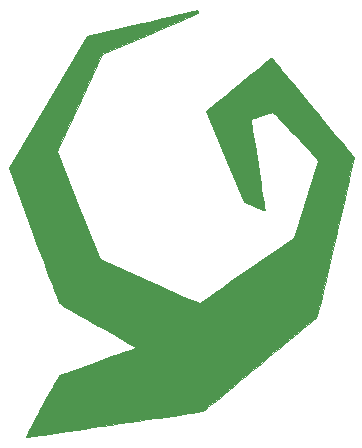
<source format=gbr>
G04 #@! TF.GenerationSoftware,KiCad,Pcbnew,5.1.2*
G04 #@! TF.CreationDate,2019-07-05T15:03:06-05:00*
G04 #@! TF.ProjectId,KokiriEmerald,4b6f6b69-7269-4456-9d65-72616c642e6b,rev?*
G04 #@! TF.SameCoordinates,Original*
G04 #@! TF.FileFunction,Copper,L1,Top*
G04 #@! TF.FilePolarity,Positive*
%FSLAX46Y46*%
G04 Gerber Fmt 4.6, Leading zero omitted, Abs format (unit mm)*
G04 Created by KiCad (PCBNEW 5.1.2) date 2019-07-05 15:03:06*
%MOMM*%
%LPD*%
G04 APERTURE LIST*
%ADD10C,0.010000*%
%ADD11C,0.600000*%
G04 APERTURE END LIST*
D10*
G36*
X145710498Y-76000365D02*
G01*
X145732573Y-76074740D01*
X145735644Y-76092330D01*
X145732875Y-76110280D01*
X145719899Y-76130579D01*
X145692351Y-76155215D01*
X145645864Y-76186179D01*
X145576074Y-76225460D01*
X145478614Y-76275046D01*
X145349117Y-76336927D01*
X145183219Y-76413092D01*
X144976554Y-76505531D01*
X144724755Y-76616231D01*
X144423456Y-76747183D01*
X144068293Y-76900376D01*
X143654898Y-77077799D01*
X143178906Y-77281440D01*
X142635951Y-77513290D01*
X142021668Y-77775338D01*
X141684266Y-77919223D01*
X137609170Y-79656972D01*
X135711968Y-83739069D01*
X133814766Y-87821167D01*
X135612509Y-92414333D01*
X137410251Y-97007500D01*
X141593209Y-98878415D01*
X142156093Y-99129912D01*
X142697860Y-99371457D01*
X143213442Y-99600819D01*
X143697769Y-99815766D01*
X144145770Y-100014063D01*
X144552378Y-100193479D01*
X144912522Y-100351781D01*
X145221132Y-100486737D01*
X145473139Y-100596114D01*
X145663474Y-100677679D01*
X145787068Y-100729200D01*
X145838849Y-100748444D01*
X145839667Y-100748524D01*
X145882015Y-100724608D01*
X145989245Y-100655103D01*
X146156931Y-100543055D01*
X146380650Y-100391510D01*
X146655979Y-100203515D01*
X146978492Y-99982114D01*
X147343767Y-99730354D01*
X147747380Y-99451281D01*
X148184905Y-99147941D01*
X148651921Y-98823379D01*
X149144002Y-98480641D01*
X149656726Y-98122774D01*
X149878945Y-97967443D01*
X153854724Y-95187167D01*
X155904344Y-88667833D01*
X155729362Y-88477333D01*
X155462976Y-88188188D01*
X155176311Y-87878591D01*
X154874760Y-87554247D01*
X154563716Y-87220863D01*
X154248570Y-86884143D01*
X153934713Y-86549793D01*
X153627539Y-86223519D01*
X153332439Y-85911027D01*
X153054804Y-85618022D01*
X152800028Y-85350209D01*
X152573501Y-85113295D01*
X152380617Y-84912985D01*
X152226766Y-84754985D01*
X152117341Y-84644999D01*
X152057735Y-84588734D01*
X152048583Y-84582462D01*
X151980271Y-84594466D01*
X151849840Y-84627792D01*
X151671441Y-84678006D01*
X151459223Y-84740673D01*
X151227337Y-84811359D01*
X150989934Y-84885629D01*
X150761166Y-84959049D01*
X150555181Y-85027184D01*
X150386132Y-85085601D01*
X150268168Y-85129864D01*
X150215440Y-85155538D01*
X150214089Y-85157344D01*
X150217743Y-85205409D01*
X150233667Y-85331155D01*
X150260974Y-85528627D01*
X150298777Y-85791870D01*
X150346187Y-86114926D01*
X150402318Y-86491841D01*
X150466283Y-86916658D01*
X150537192Y-87383421D01*
X150614160Y-87886174D01*
X150696299Y-88418962D01*
X150782720Y-88975828D01*
X150790902Y-89028363D01*
X150877642Y-89586261D01*
X150960282Y-90119979D01*
X151037931Y-90623631D01*
X151109696Y-91091333D01*
X151174686Y-91517198D01*
X151232008Y-91895340D01*
X151280772Y-92219873D01*
X151320084Y-92484912D01*
X151349053Y-92684570D01*
X151366788Y-92812962D01*
X151372395Y-92864202D01*
X151372248Y-92864863D01*
X151330403Y-92854551D01*
X151221152Y-92817792D01*
X151056034Y-92758745D01*
X150846584Y-92681567D01*
X150604341Y-92590416D01*
X150493304Y-92548090D01*
X149628500Y-92217178D01*
X148027605Y-88334143D01*
X146426711Y-84451107D01*
X146541280Y-84360987D01*
X146591425Y-84320525D01*
X146701903Y-84230671D01*
X146867533Y-84095660D01*
X147083129Y-83919726D01*
X147343507Y-83707103D01*
X147643484Y-83462028D01*
X147977876Y-83188733D01*
X148341499Y-82891454D01*
X148729169Y-82574426D01*
X149135702Y-82241882D01*
X149285163Y-82119600D01*
X149694327Y-81785068D01*
X150084501Y-81466531D01*
X150450740Y-81167995D01*
X150788102Y-80893469D01*
X151091643Y-80646960D01*
X151356420Y-80432476D01*
X151577490Y-80254024D01*
X151749910Y-80115612D01*
X151868736Y-80021248D01*
X151929025Y-79974940D01*
X151935655Y-79970771D01*
X151966501Y-80003163D01*
X152047326Y-80096154D01*
X152174226Y-80245037D01*
X152343295Y-80445104D01*
X152550629Y-80691648D01*
X152792320Y-80979964D01*
X153064465Y-81305342D01*
X153363157Y-81663077D01*
X153684492Y-82048461D01*
X154024564Y-82456788D01*
X154379468Y-82883350D01*
X154745299Y-83323440D01*
X155118150Y-83772351D01*
X155494117Y-84225376D01*
X155869295Y-84677808D01*
X156239777Y-85124941D01*
X156601660Y-85562066D01*
X156951036Y-85984477D01*
X157284002Y-86387467D01*
X157596652Y-86766329D01*
X157885080Y-87116356D01*
X158145380Y-87432841D01*
X158373649Y-87711076D01*
X158565980Y-87946355D01*
X158718468Y-88133971D01*
X158827207Y-88269217D01*
X158888293Y-88347384D01*
X158900619Y-88365523D01*
X158922878Y-88446479D01*
X158928449Y-88456365D01*
X158921928Y-88501598D01*
X158897069Y-88624890D01*
X158854866Y-88821873D01*
X158796316Y-89088178D01*
X158722415Y-89419434D01*
X158634158Y-89811272D01*
X158532541Y-90259323D01*
X158418559Y-90759218D01*
X158293210Y-91306587D01*
X158157487Y-91897061D01*
X158012388Y-92526270D01*
X157858907Y-93189844D01*
X157698041Y-93883415D01*
X157530786Y-94602613D01*
X157395298Y-95183852D01*
X157189433Y-96065697D01*
X157001753Y-96868677D01*
X156831371Y-97596418D01*
X156677400Y-98252546D01*
X156538955Y-98840685D01*
X156415147Y-99364464D01*
X156305092Y-99827506D01*
X156207902Y-100233438D01*
X156122691Y-100585887D01*
X156048572Y-100888477D01*
X155984659Y-101144834D01*
X155930065Y-101358584D01*
X155883904Y-101533354D01*
X155845289Y-101672769D01*
X155813334Y-101780455D01*
X155787152Y-101860037D01*
X155765857Y-101915142D01*
X155748561Y-101949395D01*
X155737634Y-101963629D01*
X155692488Y-102002724D01*
X155586492Y-102091901D01*
X155424162Y-102227432D01*
X155210018Y-102405589D01*
X154948575Y-102622644D01*
X154644353Y-102874868D01*
X154301868Y-103158535D01*
X153925638Y-103469916D01*
X153520181Y-103805283D01*
X153090014Y-104160909D01*
X152639655Y-104533065D01*
X152173621Y-104918024D01*
X151696430Y-105312057D01*
X151212600Y-105711437D01*
X150726648Y-106112436D01*
X150243092Y-106511326D01*
X149766449Y-106904379D01*
X149301237Y-107287868D01*
X148851974Y-107658064D01*
X148423176Y-108011239D01*
X148019363Y-108343665D01*
X147645051Y-108651616D01*
X147304758Y-108931361D01*
X147003001Y-109179175D01*
X146744298Y-109391329D01*
X146533167Y-109564095D01*
X146374126Y-109693744D01*
X146271691Y-109776550D01*
X146231663Y-109807922D01*
X146198361Y-109824028D01*
X146137920Y-109842868D01*
X146045779Y-109865187D01*
X145917377Y-109891735D01*
X145748154Y-109923257D01*
X145533548Y-109960501D01*
X145268999Y-110004215D01*
X144949946Y-110055146D01*
X144571830Y-110114041D01*
X144130087Y-110181647D01*
X143620160Y-110258712D01*
X143037485Y-110345984D01*
X142377504Y-110444208D01*
X142072000Y-110489526D01*
X141394480Y-110589958D01*
X140667515Y-110697746D01*
X139905439Y-110810764D01*
X139122582Y-110926885D01*
X138333275Y-111043983D01*
X137551851Y-111159931D01*
X136792641Y-111272603D01*
X136069976Y-111379873D01*
X135398189Y-111479613D01*
X134791611Y-111569699D01*
X134627810Y-111594031D01*
X134101125Y-111672207D01*
X133598466Y-111746683D01*
X133126146Y-111816533D01*
X132690478Y-111880829D01*
X132297776Y-111938644D01*
X131954353Y-111989049D01*
X131666522Y-112031119D01*
X131440597Y-112063924D01*
X131282890Y-112086539D01*
X131199715Y-112098034D01*
X131188227Y-112099333D01*
X131150506Y-112075592D01*
X131150000Y-112070996D01*
X131169510Y-112029878D01*
X131225885Y-111920289D01*
X131315887Y-111748327D01*
X131436283Y-111520091D01*
X131583836Y-111241678D01*
X131755310Y-110919186D01*
X131947470Y-110558714D01*
X132157082Y-110166359D01*
X132380908Y-109748220D01*
X132529959Y-109470199D01*
X132805163Y-108957826D01*
X133043652Y-108515406D01*
X133248237Y-108138020D01*
X133421728Y-107820746D01*
X133566935Y-107558663D01*
X133686671Y-107346852D01*
X133783744Y-107180391D01*
X133860967Y-107054360D01*
X133921148Y-106963837D01*
X133967100Y-106903903D01*
X134001633Y-106869637D01*
X134022209Y-106857647D01*
X134248203Y-106776553D01*
X134526879Y-106675885D01*
X134851147Y-106558250D01*
X135213915Y-106426255D01*
X135608090Y-106282505D01*
X136026580Y-106129609D01*
X136462294Y-105970171D01*
X136908140Y-105806799D01*
X137357025Y-105642099D01*
X137801857Y-105478677D01*
X138235545Y-105319141D01*
X138650997Y-105166096D01*
X139041120Y-105022150D01*
X139398823Y-104889908D01*
X139717013Y-104771977D01*
X139988599Y-104670964D01*
X140206489Y-104589476D01*
X140363591Y-104530118D01*
X140452812Y-104495497D01*
X140471027Y-104487514D01*
X140439308Y-104462929D01*
X140338889Y-104400071D01*
X140174990Y-104301945D01*
X139952834Y-104171558D01*
X139677640Y-104011914D01*
X139354631Y-103826021D01*
X138989028Y-103616885D01*
X138586052Y-103387510D01*
X138150924Y-103140904D01*
X137688866Y-102880071D01*
X137258203Y-102637833D01*
X136694595Y-102321271D01*
X136200194Y-102043304D01*
X135770345Y-101801139D01*
X135400395Y-101591984D01*
X135085688Y-101413044D01*
X134821570Y-101261529D01*
X134603386Y-101134645D01*
X134426483Y-101029599D01*
X134286205Y-100943598D01*
X134177898Y-100873849D01*
X134096908Y-100817561D01*
X134038580Y-100771939D01*
X133998260Y-100734192D01*
X133971293Y-100701526D01*
X133953025Y-100671149D01*
X133942224Y-100648167D01*
X133918778Y-100588920D01*
X133867479Y-100455017D01*
X133790078Y-100251121D01*
X133688327Y-99981897D01*
X133563978Y-99652011D01*
X133418783Y-99266125D01*
X133254495Y-98828907D01*
X133072864Y-98345018D01*
X132875645Y-97819126D01*
X132664587Y-97255893D01*
X132441444Y-96659986D01*
X132207968Y-96036067D01*
X131965910Y-95388803D01*
X131787066Y-94910313D01*
X129706202Y-89341793D01*
X133009180Y-83754618D01*
X136312158Y-78167442D01*
X140990418Y-77049171D01*
X141604015Y-76902698D01*
X142194431Y-76762145D01*
X142756469Y-76628729D01*
X143284933Y-76503668D01*
X143774626Y-76388177D01*
X144220351Y-76283474D01*
X144616911Y-76190775D01*
X144959110Y-76111298D01*
X145241750Y-76046258D01*
X145459636Y-75996874D01*
X145607569Y-75964361D01*
X145680354Y-75949936D01*
X145687231Y-75949453D01*
X145710498Y-76000365D01*
X145710498Y-76000365D01*
G37*
X145710498Y-76000365D02*
X145732573Y-76074740D01*
X145735644Y-76092330D01*
X145732875Y-76110280D01*
X145719899Y-76130579D01*
X145692351Y-76155215D01*
X145645864Y-76186179D01*
X145576074Y-76225460D01*
X145478614Y-76275046D01*
X145349117Y-76336927D01*
X145183219Y-76413092D01*
X144976554Y-76505531D01*
X144724755Y-76616231D01*
X144423456Y-76747183D01*
X144068293Y-76900376D01*
X143654898Y-77077799D01*
X143178906Y-77281440D01*
X142635951Y-77513290D01*
X142021668Y-77775338D01*
X141684266Y-77919223D01*
X137609170Y-79656972D01*
X135711968Y-83739069D01*
X133814766Y-87821167D01*
X135612509Y-92414333D01*
X137410251Y-97007500D01*
X141593209Y-98878415D01*
X142156093Y-99129912D01*
X142697860Y-99371457D01*
X143213442Y-99600819D01*
X143697769Y-99815766D01*
X144145770Y-100014063D01*
X144552378Y-100193479D01*
X144912522Y-100351781D01*
X145221132Y-100486737D01*
X145473139Y-100596114D01*
X145663474Y-100677679D01*
X145787068Y-100729200D01*
X145838849Y-100748444D01*
X145839667Y-100748524D01*
X145882015Y-100724608D01*
X145989245Y-100655103D01*
X146156931Y-100543055D01*
X146380650Y-100391510D01*
X146655979Y-100203515D01*
X146978492Y-99982114D01*
X147343767Y-99730354D01*
X147747380Y-99451281D01*
X148184905Y-99147941D01*
X148651921Y-98823379D01*
X149144002Y-98480641D01*
X149656726Y-98122774D01*
X149878945Y-97967443D01*
X153854724Y-95187167D01*
X155904344Y-88667833D01*
X155729362Y-88477333D01*
X155462976Y-88188188D01*
X155176311Y-87878591D01*
X154874760Y-87554247D01*
X154563716Y-87220863D01*
X154248570Y-86884143D01*
X153934713Y-86549793D01*
X153627539Y-86223519D01*
X153332439Y-85911027D01*
X153054804Y-85618022D01*
X152800028Y-85350209D01*
X152573501Y-85113295D01*
X152380617Y-84912985D01*
X152226766Y-84754985D01*
X152117341Y-84644999D01*
X152057735Y-84588734D01*
X152048583Y-84582462D01*
X151980271Y-84594466D01*
X151849840Y-84627792D01*
X151671441Y-84678006D01*
X151459223Y-84740673D01*
X151227337Y-84811359D01*
X150989934Y-84885629D01*
X150761166Y-84959049D01*
X150555181Y-85027184D01*
X150386132Y-85085601D01*
X150268168Y-85129864D01*
X150215440Y-85155538D01*
X150214089Y-85157344D01*
X150217743Y-85205409D01*
X150233667Y-85331155D01*
X150260974Y-85528627D01*
X150298777Y-85791870D01*
X150346187Y-86114926D01*
X150402318Y-86491841D01*
X150466283Y-86916658D01*
X150537192Y-87383421D01*
X150614160Y-87886174D01*
X150696299Y-88418962D01*
X150782720Y-88975828D01*
X150790902Y-89028363D01*
X150877642Y-89586261D01*
X150960282Y-90119979D01*
X151037931Y-90623631D01*
X151109696Y-91091333D01*
X151174686Y-91517198D01*
X151232008Y-91895340D01*
X151280772Y-92219873D01*
X151320084Y-92484912D01*
X151349053Y-92684570D01*
X151366788Y-92812962D01*
X151372395Y-92864202D01*
X151372248Y-92864863D01*
X151330403Y-92854551D01*
X151221152Y-92817792D01*
X151056034Y-92758745D01*
X150846584Y-92681567D01*
X150604341Y-92590416D01*
X150493304Y-92548090D01*
X149628500Y-92217178D01*
X148027605Y-88334143D01*
X146426711Y-84451107D01*
X146541280Y-84360987D01*
X146591425Y-84320525D01*
X146701903Y-84230671D01*
X146867533Y-84095660D01*
X147083129Y-83919726D01*
X147343507Y-83707103D01*
X147643484Y-83462028D01*
X147977876Y-83188733D01*
X148341499Y-82891454D01*
X148729169Y-82574426D01*
X149135702Y-82241882D01*
X149285163Y-82119600D01*
X149694327Y-81785068D01*
X150084501Y-81466531D01*
X150450740Y-81167995D01*
X150788102Y-80893469D01*
X151091643Y-80646960D01*
X151356420Y-80432476D01*
X151577490Y-80254024D01*
X151749910Y-80115612D01*
X151868736Y-80021248D01*
X151929025Y-79974940D01*
X151935655Y-79970771D01*
X151966501Y-80003163D01*
X152047326Y-80096154D01*
X152174226Y-80245037D01*
X152343295Y-80445104D01*
X152550629Y-80691648D01*
X152792320Y-80979964D01*
X153064465Y-81305342D01*
X153363157Y-81663077D01*
X153684492Y-82048461D01*
X154024564Y-82456788D01*
X154379468Y-82883350D01*
X154745299Y-83323440D01*
X155118150Y-83772351D01*
X155494117Y-84225376D01*
X155869295Y-84677808D01*
X156239777Y-85124941D01*
X156601660Y-85562066D01*
X156951036Y-85984477D01*
X157284002Y-86387467D01*
X157596652Y-86766329D01*
X157885080Y-87116356D01*
X158145380Y-87432841D01*
X158373649Y-87711076D01*
X158565980Y-87946355D01*
X158718468Y-88133971D01*
X158827207Y-88269217D01*
X158888293Y-88347384D01*
X158900619Y-88365523D01*
X158922878Y-88446479D01*
X158928449Y-88456365D01*
X158921928Y-88501598D01*
X158897069Y-88624890D01*
X158854866Y-88821873D01*
X158796316Y-89088178D01*
X158722415Y-89419434D01*
X158634158Y-89811272D01*
X158532541Y-90259323D01*
X158418559Y-90759218D01*
X158293210Y-91306587D01*
X158157487Y-91897061D01*
X158012388Y-92526270D01*
X157858907Y-93189844D01*
X157698041Y-93883415D01*
X157530786Y-94602613D01*
X157395298Y-95183852D01*
X157189433Y-96065697D01*
X157001753Y-96868677D01*
X156831371Y-97596418D01*
X156677400Y-98252546D01*
X156538955Y-98840685D01*
X156415147Y-99364464D01*
X156305092Y-99827506D01*
X156207902Y-100233438D01*
X156122691Y-100585887D01*
X156048572Y-100888477D01*
X155984659Y-101144834D01*
X155930065Y-101358584D01*
X155883904Y-101533354D01*
X155845289Y-101672769D01*
X155813334Y-101780455D01*
X155787152Y-101860037D01*
X155765857Y-101915142D01*
X155748561Y-101949395D01*
X155737634Y-101963629D01*
X155692488Y-102002724D01*
X155586492Y-102091901D01*
X155424162Y-102227432D01*
X155210018Y-102405589D01*
X154948575Y-102622644D01*
X154644353Y-102874868D01*
X154301868Y-103158535D01*
X153925638Y-103469916D01*
X153520181Y-103805283D01*
X153090014Y-104160909D01*
X152639655Y-104533065D01*
X152173621Y-104918024D01*
X151696430Y-105312057D01*
X151212600Y-105711437D01*
X150726648Y-106112436D01*
X150243092Y-106511326D01*
X149766449Y-106904379D01*
X149301237Y-107287868D01*
X148851974Y-107658064D01*
X148423176Y-108011239D01*
X148019363Y-108343665D01*
X147645051Y-108651616D01*
X147304758Y-108931361D01*
X147003001Y-109179175D01*
X146744298Y-109391329D01*
X146533167Y-109564095D01*
X146374126Y-109693744D01*
X146271691Y-109776550D01*
X146231663Y-109807922D01*
X146198361Y-109824028D01*
X146137920Y-109842868D01*
X146045779Y-109865187D01*
X145917377Y-109891735D01*
X145748154Y-109923257D01*
X145533548Y-109960501D01*
X145268999Y-110004215D01*
X144949946Y-110055146D01*
X144571830Y-110114041D01*
X144130087Y-110181647D01*
X143620160Y-110258712D01*
X143037485Y-110345984D01*
X142377504Y-110444208D01*
X142072000Y-110489526D01*
X141394480Y-110589958D01*
X140667515Y-110697746D01*
X139905439Y-110810764D01*
X139122582Y-110926885D01*
X138333275Y-111043983D01*
X137551851Y-111159931D01*
X136792641Y-111272603D01*
X136069976Y-111379873D01*
X135398189Y-111479613D01*
X134791611Y-111569699D01*
X134627810Y-111594031D01*
X134101125Y-111672207D01*
X133598466Y-111746683D01*
X133126146Y-111816533D01*
X132690478Y-111880829D01*
X132297776Y-111938644D01*
X131954353Y-111989049D01*
X131666522Y-112031119D01*
X131440597Y-112063924D01*
X131282890Y-112086539D01*
X131199715Y-112098034D01*
X131188227Y-112099333D01*
X131150506Y-112075592D01*
X131150000Y-112070996D01*
X131169510Y-112029878D01*
X131225885Y-111920289D01*
X131315887Y-111748327D01*
X131436283Y-111520091D01*
X131583836Y-111241678D01*
X131755310Y-110919186D01*
X131947470Y-110558714D01*
X132157082Y-110166359D01*
X132380908Y-109748220D01*
X132529959Y-109470199D01*
X132805163Y-108957826D01*
X133043652Y-108515406D01*
X133248237Y-108138020D01*
X133421728Y-107820746D01*
X133566935Y-107558663D01*
X133686671Y-107346852D01*
X133783744Y-107180391D01*
X133860967Y-107054360D01*
X133921148Y-106963837D01*
X133967100Y-106903903D01*
X134001633Y-106869637D01*
X134022209Y-106857647D01*
X134248203Y-106776553D01*
X134526879Y-106675885D01*
X134851147Y-106558250D01*
X135213915Y-106426255D01*
X135608090Y-106282505D01*
X136026580Y-106129609D01*
X136462294Y-105970171D01*
X136908140Y-105806799D01*
X137357025Y-105642099D01*
X137801857Y-105478677D01*
X138235545Y-105319141D01*
X138650997Y-105166096D01*
X139041120Y-105022150D01*
X139398823Y-104889908D01*
X139717013Y-104771977D01*
X139988599Y-104670964D01*
X140206489Y-104589476D01*
X140363591Y-104530118D01*
X140452812Y-104495497D01*
X140471027Y-104487514D01*
X140439308Y-104462929D01*
X140338889Y-104400071D01*
X140174990Y-104301945D01*
X139952834Y-104171558D01*
X139677640Y-104011914D01*
X139354631Y-103826021D01*
X138989028Y-103616885D01*
X138586052Y-103387510D01*
X138150924Y-103140904D01*
X137688866Y-102880071D01*
X137258203Y-102637833D01*
X136694595Y-102321271D01*
X136200194Y-102043304D01*
X135770345Y-101801139D01*
X135400395Y-101591984D01*
X135085688Y-101413044D01*
X134821570Y-101261529D01*
X134603386Y-101134645D01*
X134426483Y-101029599D01*
X134286205Y-100943598D01*
X134177898Y-100873849D01*
X134096908Y-100817561D01*
X134038580Y-100771939D01*
X133998260Y-100734192D01*
X133971293Y-100701526D01*
X133953025Y-100671149D01*
X133942224Y-100648167D01*
X133918778Y-100588920D01*
X133867479Y-100455017D01*
X133790078Y-100251121D01*
X133688327Y-99981897D01*
X133563978Y-99652011D01*
X133418783Y-99266125D01*
X133254495Y-98828907D01*
X133072864Y-98345018D01*
X132875645Y-97819126D01*
X132664587Y-97255893D01*
X132441444Y-96659986D01*
X132207968Y-96036067D01*
X131965910Y-95388803D01*
X131787066Y-94910313D01*
X129706202Y-89341793D01*
X133009180Y-83754618D01*
X136312158Y-78167442D01*
X140990418Y-77049171D01*
X141604015Y-76902698D01*
X142194431Y-76762145D01*
X142756469Y-76628729D01*
X143284933Y-76503668D01*
X143774626Y-76388177D01*
X144220351Y-76283474D01*
X144616911Y-76190775D01*
X144959110Y-76111298D01*
X145241750Y-76046258D01*
X145459636Y-75996874D01*
X145607569Y-75964361D01*
X145680354Y-75949936D01*
X145687231Y-75949453D01*
X145710498Y-76000365D01*
D11*
X154820000Y-98250000D03*
X140570000Y-101340000D03*
X132790000Y-93160000D03*
M02*

</source>
